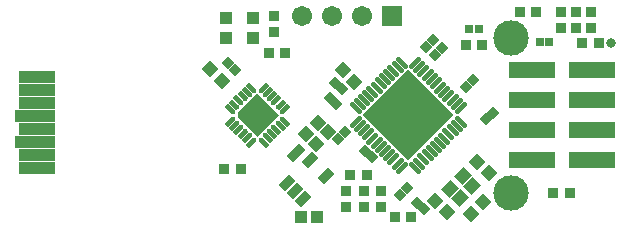
<source format=gbs>
G04 Layer_Color=16711935*
%FSLAX43Y43*%
%MOMM*%
G71*
G01*
G75*
%ADD44R,0.282X0.282*%
G04:AMPARAMS|DCode=46|XSize=2.45mm|YSize=2.25mm|CornerRadius=0mm|HoleSize=0mm|Usage=FLASHONLY|Rotation=225.000|XOffset=0mm|YOffset=0mm|HoleType=Round|Shape=Rectangle|*
%AMROTATEDRECTD46*
4,1,4,0.071,1.662,1.662,0.071,-0.071,-1.662,-1.662,-0.071,0.071,1.662,0.0*
%
%ADD46ROTATEDRECTD46*%

G04:AMPARAMS|DCode=47|XSize=2.45mm|YSize=2.25mm|CornerRadius=0mm|HoleSize=0mm|Usage=FLASHONLY|Rotation=315.000|XOffset=0mm|YOffset=0mm|HoleType=Round|Shape=Rectangle|*
%AMROTATEDRECTD47*
4,1,4,-1.662,0.071,-0.071,1.662,1.662,-0.071,0.071,-1.662,-1.662,0.071,0.0*
%
%ADD47ROTATEDRECTD47*%

%ADD67R,0.965X0.965*%
%ADD68R,1.703X1.703*%
%ADD69C,1.703*%
%ADD70C,3.003*%
%ADD71C,0.838*%
%ADD72R,1.003X1.103*%
G04:AMPARAMS|DCode=73|XSize=1.103mm|YSize=1.053mm|CornerRadius=0mm|HoleSize=0mm|Usage=FLASHONLY|Rotation=45.000|XOffset=0mm|YOffset=0mm|HoleType=Round|Shape=Rectangle|*
%AMROTATEDRECTD73*
4,1,4,-0.018,-0.762,-0.762,-0.018,0.018,0.762,0.762,0.018,-0.018,-0.762,0.0*
%
%ADD73ROTATEDRECTD73*%

%ADD74P,1.365X4X180.0*%
%ADD75P,1.023X4X180.0*%
%ADD76P,7.783X4X90.0*%
G04:AMPARAMS|DCode=77|XSize=0.449mm|YSize=1.249mm|CornerRadius=0mm|HoleSize=0mm|Usage=FLASHONLY|Rotation=45.000|XOffset=0mm|YOffset=0mm|HoleType=Round|Shape=Round|*
%AMOVALD77*
21,1,0.800,0.449,0.000,0.000,135.0*
1,1,0.449,0.283,-0.283*
1,1,0.449,-0.283,0.283*
%
%ADD77OVALD77*%

G04:AMPARAMS|DCode=78|XSize=0.449mm|YSize=1.249mm|CornerRadius=0mm|HoleSize=0mm|Usage=FLASHONLY|Rotation=315.000|XOffset=0mm|YOffset=0mm|HoleType=Round|Shape=Round|*
%AMOVALD78*
21,1,0.800,0.449,0.000,0.000,45.0*
1,1,0.449,-0.283,-0.283*
1,1,0.449,0.283,0.283*
%
%ADD78OVALD78*%

%ADD79R,0.723X0.723*%
%ADD80P,1.365X4X90.0*%
%ADD81P,1.023X4X90.0*%
%ADD82R,0.965X0.965*%
G04:AMPARAMS|DCode=83|XSize=1.253mm|YSize=0.803mm|CornerRadius=0mm|HoleSize=0mm|Usage=FLASHONLY|Rotation=45.000|XOffset=0mm|YOffset=0mm|HoleType=Round|Shape=Rectangle|*
%AMROTATEDRECTD83*
4,1,4,-0.159,-0.727,-0.727,-0.159,0.159,0.727,0.727,0.159,-0.159,-0.727,0.0*
%
%ADD83ROTATEDRECTD83*%

%ADD84R,3.103X1.003*%
%ADD85R,3.403X1.003*%
%ADD86R,3.886X1.473*%
%ADD87C,0.440*%
G04:AMPARAMS|DCode=88|XSize=0.44mm|YSize=0.86mm|CornerRadius=0mm|HoleSize=0mm|Usage=FLASHONLY|Rotation=315.000|XOffset=0mm|YOffset=0mm|HoleType=Round|Shape=Rectangle|*
%AMROTATEDRECTD88*
4,1,4,-0.460,-0.148,0.148,0.460,0.460,0.148,-0.148,-0.460,-0.460,-0.148,0.0*
%
%ADD88ROTATEDRECTD88*%

G04:AMPARAMS|DCode=89|XSize=0.44mm|YSize=0.86mm|CornerRadius=0mm|HoleSize=0mm|Usage=FLASHONLY|Rotation=225.000|XOffset=0mm|YOffset=0mm|HoleType=Round|Shape=Rectangle|*
%AMROTATEDRECTD89*
4,1,4,-0.148,0.460,0.460,-0.148,0.148,-0.460,-0.460,0.148,-0.148,0.460,0.0*
%
%ADD89ROTATEDRECTD89*%

G36*
X7056Y10000D02*
X5218Y8162D01*
X3556Y9823D01*
Y10177D01*
X5218Y11838D01*
X7056Y10000D01*
D02*
G37*
D44*
X3767Y10000D02*
D03*
D46*
X5289Y9929D02*
D03*
D47*
Y10071D02*
D03*
D67*
X30264Y3404D02*
D03*
X31661D02*
D03*
X24270Y15926D02*
D03*
X22873D02*
D03*
X16827Y1380D02*
D03*
X18225Y1380D02*
D03*
X15649Y2250D02*
D03*
X14252Y2250D02*
D03*
Y3575D02*
D03*
X15648Y3575D02*
D03*
X13094Y4961D02*
D03*
X14491D02*
D03*
X2400Y5469D02*
D03*
X3797D02*
D03*
X6160Y15265D02*
D03*
X7556D02*
D03*
X32702Y16104D02*
D03*
X34099D02*
D03*
X27419Y18771D02*
D03*
X28816D02*
D03*
D68*
X16586Y18415D02*
D03*
D69*
X14046D02*
D03*
X11506D02*
D03*
X8966D02*
D03*
D70*
X26695Y3425D02*
D03*
X26695Y16575D02*
D03*
D71*
X35175Y16100D02*
D03*
D72*
X4841Y16500D02*
D03*
X2541Y16500D02*
D03*
X4841Y18250D02*
D03*
X2541Y18250D02*
D03*
X8875Y1375D02*
D03*
X10275D02*
D03*
D73*
X21556Y3776D02*
D03*
X22599Y4819D02*
D03*
X23394Y4024D02*
D03*
X22351Y2981D02*
D03*
D74*
X24819Y5081D02*
D03*
X23831Y6069D02*
D03*
X20281Y2769D02*
D03*
X21269Y1781D02*
D03*
X1223Y13913D02*
D03*
X2211Y12925D02*
D03*
X12435Y13786D02*
D03*
X13423Y12798D02*
D03*
D75*
X24587Y9657D02*
D03*
X25152Y10223D02*
D03*
X22907Y12417D02*
D03*
X23473Y12983D02*
D03*
X20240Y15084D02*
D03*
X20806Y15650D02*
D03*
X19529Y15795D02*
D03*
X20095Y16361D02*
D03*
X17883Y3833D02*
D03*
X17317Y3267D02*
D03*
X12627Y8546D02*
D03*
X12062Y7980D02*
D03*
X8778Y7084D02*
D03*
X8212Y6519D02*
D03*
D76*
X18000Y10000D02*
D03*
D77*
X18566Y5545D02*
D03*
X18919Y5899D02*
D03*
X19273Y6252D02*
D03*
X19626Y6606D02*
D03*
X19980Y6959D02*
D03*
X20333Y7313D02*
D03*
X20687Y7667D02*
D03*
X21041Y8020D02*
D03*
X21394Y8374D02*
D03*
X21748Y8727D02*
D03*
X22101Y9081D02*
D03*
X22455Y9434D02*
D03*
X17434Y14455D02*
D03*
X17081Y14101D02*
D03*
X16727Y13748D02*
D03*
X16374Y13394D02*
D03*
X16020Y13041D02*
D03*
X15667Y12687D02*
D03*
X15313Y12333D02*
D03*
X14959Y11980D02*
D03*
X14606Y11626D02*
D03*
X14252Y11273D02*
D03*
X13899Y10919D02*
D03*
X13545Y10566D02*
D03*
D78*
X22455D02*
D03*
X22101Y10919D02*
D03*
X21748Y11273D02*
D03*
X21394Y11626D02*
D03*
X21041Y11980D02*
D03*
X20687Y12333D02*
D03*
X20333Y12687D02*
D03*
X19980Y13041D02*
D03*
X19626Y13394D02*
D03*
X19273Y13748D02*
D03*
X18919Y14101D02*
D03*
X18566Y14455D02*
D03*
X13545Y9434D02*
D03*
X13899Y9081D02*
D03*
X14252Y8727D02*
D03*
X14606Y8374D02*
D03*
X14959Y8020D02*
D03*
X15313Y7667D02*
D03*
X15667Y7313D02*
D03*
X16020Y6959D02*
D03*
X16374Y6606D02*
D03*
X16727Y6252D02*
D03*
X17081Y5899D02*
D03*
X17434Y5545D02*
D03*
D79*
X23971Y17297D02*
D03*
X23171D02*
D03*
X29140Y16205D02*
D03*
X29940D02*
D03*
D80*
X24319Y2619D02*
D03*
X23331Y1631D02*
D03*
X11199Y8565D02*
D03*
X10211Y7577D02*
D03*
X9373Y8364D02*
D03*
X10361Y9352D02*
D03*
D81*
X18767Y2583D02*
D03*
X19333Y2017D02*
D03*
X3283Y13842D02*
D03*
X2717Y14408D02*
D03*
X11908Y10917D02*
D03*
X11342Y11483D02*
D03*
X12373Y12197D02*
D03*
X11808Y12762D02*
D03*
X14900Y6425D02*
D03*
X14334Y6991D02*
D03*
D82*
X12725Y3619D02*
D03*
X12725Y2223D02*
D03*
X6629Y17005D02*
D03*
Y18402D02*
D03*
X33449Y17367D02*
D03*
Y18764D02*
D03*
X30932Y18764D02*
D03*
Y17367D02*
D03*
X32193Y17367D02*
D03*
Y18764D02*
D03*
D83*
X9642Y6172D02*
D03*
X10985Y4828D02*
D03*
X7733Y4263D02*
D03*
X8404Y3591D02*
D03*
X9076Y2919D02*
D03*
D84*
X-13450Y5500D02*
D03*
Y6600D02*
D03*
Y8800D02*
D03*
Y11000D02*
D03*
Y12100D02*
D03*
Y13200D02*
D03*
D85*
X-13600Y7700D02*
D03*
Y9900D02*
D03*
D86*
X28485Y6190D02*
D03*
X33565D02*
D03*
X28485Y8730D02*
D03*
X33565D02*
D03*
X28485Y11270D02*
D03*
X33565D02*
D03*
X28485Y13810D02*
D03*
X33565D02*
D03*
D87*
X3150Y9699D02*
D03*
X3503Y9346D02*
D03*
X3857Y8992D02*
D03*
X4210Y8639D02*
D03*
X4564Y8285D02*
D03*
X4917Y7932D02*
D03*
X5519D02*
D03*
X5872Y8285D02*
D03*
X6226Y8639D02*
D03*
X6579Y8992D02*
D03*
X6933Y9346D02*
D03*
X7286Y9699D02*
D03*
X3150Y10301D02*
D03*
X3503Y10654D02*
D03*
X3857Y11008D02*
D03*
X4210Y11361D02*
D03*
X4564Y11715D02*
D03*
X4917Y12068D02*
D03*
X7286Y10300D02*
D03*
X6933Y10654D02*
D03*
X6579Y11008D02*
D03*
X6226Y11361D02*
D03*
X5872Y11715D02*
D03*
X5519Y12068D02*
D03*
D88*
X2902Y9452D02*
D03*
X3256Y9098D02*
D03*
X3609Y8745D02*
D03*
X3963Y8391D02*
D03*
X4316Y8038D02*
D03*
X4670Y7684D02*
D03*
X7534Y10548D02*
D03*
X7180Y10902D02*
D03*
X6827Y11255D02*
D03*
X6473Y11609D02*
D03*
X6120Y11962D02*
D03*
X5766Y12316D02*
D03*
D89*
X5766Y7684D02*
D03*
X6120Y8038D02*
D03*
X6473Y8391D02*
D03*
X6827Y8745D02*
D03*
X7180Y9098D02*
D03*
X7534Y9452D02*
D03*
X4670Y12316D02*
D03*
X4316Y11962D02*
D03*
X3963Y11609D02*
D03*
X3609Y11255D02*
D03*
X3256Y10902D02*
D03*
X2902Y10548D02*
D03*
M02*

</source>
